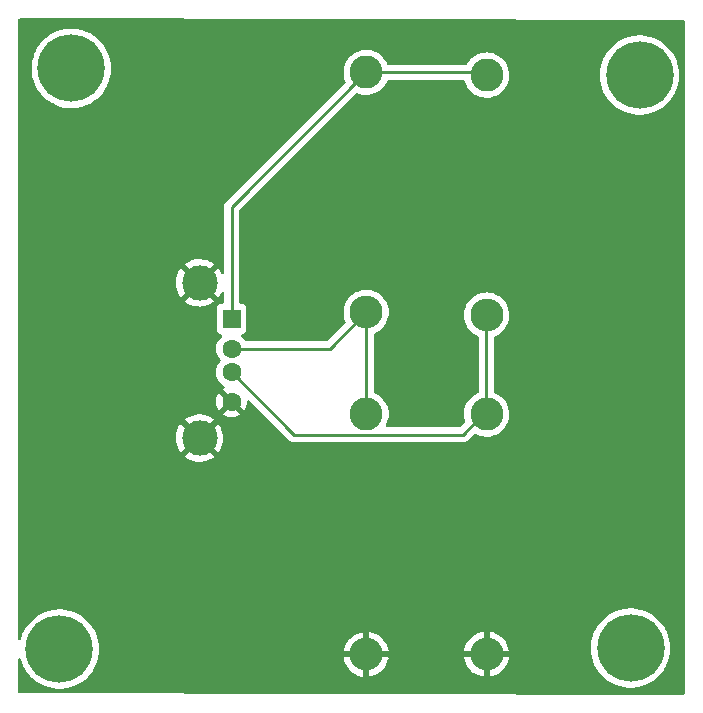
<source format=gtl>
%TF.GenerationSoftware,KiCad,Pcbnew,(6.0.7-1)-1*%
%TF.CreationDate,2022-09-01T10:44:34+09:00*%
%TF.ProjectId,Battery,42617474-6572-4792-9e6b-696361645f70,rev?*%
%TF.SameCoordinates,Original*%
%TF.FileFunction,Copper,L1,Top*%
%TF.FilePolarity,Positive*%
%FSLAX46Y46*%
G04 Gerber Fmt 4.6, Leading zero omitted, Abs format (unit mm)*
G04 Created by KiCad (PCBNEW (6.0.7-1)-1) date 2022-09-01 10:44:34*
%MOMM*%
%LPD*%
G01*
G04 APERTURE LIST*
%TA.AperFunction,ComponentPad*%
%ADD10C,5.700000*%
%TD*%
%TA.AperFunction,ComponentPad*%
%ADD11C,2.800000*%
%TD*%
%TA.AperFunction,ComponentPad*%
%ADD12O,2.800000X2.800000*%
%TD*%
%TA.AperFunction,ComponentPad*%
%ADD13R,1.500000X1.600000*%
%TD*%
%TA.AperFunction,ComponentPad*%
%ADD14C,1.600000*%
%TD*%
%TA.AperFunction,ComponentPad*%
%ADD15C,3.000000*%
%TD*%
%TA.AperFunction,Conductor*%
%ADD16C,0.250000*%
%TD*%
G04 APERTURE END LIST*
D10*
%TO.P,REF\u002A\u002A,1*%
%TO.N,N/C*%
X98462000Y-108294000D03*
%TD*%
%TO.P,REF\u002A\u002A,1*%
%TO.N,N/C*%
X146812000Y-108204000D03*
%TD*%
%TO.P,REF\u002A\u002A,1*%
%TO.N,N/C*%
X147574000Y-59690000D03*
%TD*%
%TO.P,REF\u002A\u002A,1*%
%TO.N,N/C*%
X99462000Y-59128000D03*
%TD*%
D11*
%TO.P,R4,1*%
%TO.N,Net-(J1-Pad3)*%
X134620000Y-88392000D03*
D12*
%TO.P,R4,2*%
%TO.N,GND*%
X134620000Y-108712000D03*
%TD*%
D11*
%TO.P,R3,1*%
%TO.N,+5VP*%
X134620000Y-59690000D03*
D12*
%TO.P,R3,2*%
%TO.N,Net-(J1-Pad3)*%
X134620000Y-80010000D03*
%TD*%
D11*
%TO.P,R2,1*%
%TO.N,Net-(J1-Pad2)*%
X124434000Y-88418000D03*
D12*
%TO.P,R2,2*%
%TO.N,GND*%
X124434000Y-108738000D03*
%TD*%
D11*
%TO.P,R1,1*%
%TO.N,+5VP*%
X124434000Y-59462000D03*
D12*
%TO.P,R1,2*%
%TO.N,Net-(J1-Pad2)*%
X124434000Y-79782000D03*
%TD*%
D13*
%TO.P,J1,1,VBUS*%
%TO.N,+5VP*%
X113030000Y-80346000D03*
D14*
%TO.P,J1,2,D-*%
%TO.N,Net-(J1-Pad2)*%
X113030000Y-82846000D03*
%TO.P,J1,3,D+*%
%TO.N,Net-(J1-Pad3)*%
X113030000Y-84846000D03*
%TO.P,J1,4,GND*%
%TO.N,GND*%
X113030000Y-87346000D03*
D15*
%TO.P,J1,5,Shield*%
X110320000Y-90416000D03*
X110320000Y-77276000D03*
%TD*%
D16*
%TO.N,+5VP*%
X124434000Y-59462000D02*
X134594000Y-59462000D01*
%TO.N,GND*%
X124434000Y-108738000D02*
X134594000Y-108738000D01*
%TO.N,Net-(J1-Pad3)*%
X113030000Y-84846000D02*
X118327000Y-90143000D01*
X118327000Y-90143000D02*
X132615000Y-90143000D01*
X132615000Y-90143000D02*
X134594000Y-88164000D01*
%TO.N,Net-(J1-Pad2)*%
X113030000Y-82846000D02*
X121370000Y-82846000D01*
X121370000Y-82846000D02*
X124434000Y-79782000D01*
X124434000Y-88418000D02*
X124434000Y-79782000D01*
%TO.N,Net-(J1-Pad3)*%
X134594000Y-88164000D02*
X134594000Y-79782000D01*
%TO.N,+5VP*%
X113030000Y-80346000D02*
X113030000Y-70866000D01*
X113030000Y-70866000D02*
X124434000Y-59462000D01*
%TD*%
%TA.AperFunction,Conductor*%
%TO.N,GND*%
G36*
X151257722Y-54990385D02*
G01*
X151325807Y-55010507D01*
X151372206Y-55064244D01*
X151383500Y-55116385D01*
X151383500Y-112013382D01*
X151363498Y-112081503D01*
X151309842Y-112127996D01*
X151257278Y-112139382D01*
X95096278Y-112040615D01*
X95028193Y-112020493D01*
X94981794Y-111966756D01*
X94970500Y-111914615D01*
X94970500Y-109197060D01*
X94990502Y-109128939D01*
X95044158Y-109082446D01*
X95114432Y-109072342D01*
X95179012Y-109101836D01*
X95218034Y-109163812D01*
X95270519Y-109355664D01*
X95403845Y-109694133D01*
X95405428Y-109697148D01*
X95571362Y-110013206D01*
X95571367Y-110013214D01*
X95572946Y-110016222D01*
X95574840Y-110019040D01*
X95574845Y-110019049D01*
X95746302Y-110274203D01*
X95775843Y-110318165D01*
X96010163Y-110596428D01*
X96137392Y-110718010D01*
X96270702Y-110845405D01*
X96270709Y-110845411D01*
X96273165Y-110847758D01*
X96561771Y-111069214D01*
X96564689Y-111070988D01*
X96869692Y-111256433D01*
X96869697Y-111256436D01*
X96872607Y-111258205D01*
X96875695Y-111259651D01*
X96875694Y-111259651D01*
X97198952Y-111411077D01*
X97198962Y-111411081D01*
X97202036Y-111412521D01*
X97205254Y-111413623D01*
X97205257Y-111413624D01*
X97542981Y-111529253D01*
X97542989Y-111529255D01*
X97546204Y-111530356D01*
X97901084Y-111610332D01*
X97954123Y-111616375D01*
X98259144Y-111651128D01*
X98259152Y-111651128D01*
X98262527Y-111651513D01*
X98265931Y-111651531D01*
X98265934Y-111651531D01*
X98464058Y-111652568D01*
X98626303Y-111653418D01*
X98629689Y-111653068D01*
X98629691Y-111653068D01*
X98984765Y-111616375D01*
X98984774Y-111616374D01*
X98988157Y-111616024D01*
X98991490Y-111615310D01*
X98991493Y-111615309D01*
X99101895Y-111591641D01*
X99343856Y-111539768D01*
X99689239Y-111425544D01*
X99692323Y-111424138D01*
X99692332Y-111424135D01*
X100017171Y-111276096D01*
X100020265Y-111274686D01*
X100197165Y-111169651D01*
X100330128Y-111090704D01*
X100330132Y-111090701D01*
X100333063Y-111088961D01*
X100623973Y-110870539D01*
X100889592Y-110621977D01*
X101126813Y-110346182D01*
X101271796Y-110135231D01*
X101330931Y-110049190D01*
X101330936Y-110049182D01*
X101332861Y-110046381D01*
X101334473Y-110043387D01*
X101334478Y-110043379D01*
X101503703Y-109729092D01*
X101505325Y-109726080D01*
X101642188Y-109389027D01*
X101741850Y-109039164D01*
X101746661Y-109011018D01*
X122544204Y-109011018D01*
X122580422Y-109209332D01*
X122582631Y-109217934D01*
X122665324Y-109465796D01*
X122668728Y-109474014D01*
X122785520Y-109707752D01*
X122790038Y-109715391D01*
X122938604Y-109930348D01*
X122944157Y-109937279D01*
X123121532Y-110129163D01*
X123127995Y-110135231D01*
X123330631Y-110300203D01*
X123337907Y-110305317D01*
X123561756Y-110440085D01*
X123569670Y-110444118D01*
X123810286Y-110546006D01*
X123818691Y-110548883D01*
X124071266Y-110615853D01*
X124079978Y-110617515D01*
X124162012Y-110627224D01*
X124176431Y-110624782D01*
X124180000Y-110612040D01*
X124180000Y-110611956D01*
X124688000Y-110611956D01*
X124691838Y-110625028D01*
X124706571Y-110626980D01*
X124876162Y-110598752D01*
X124884796Y-110596679D01*
X125133930Y-110517888D01*
X125142192Y-110514617D01*
X125377731Y-110401513D01*
X125385455Y-110397107D01*
X125602712Y-110251941D01*
X125609733Y-110246494D01*
X125804364Y-110072167D01*
X125810549Y-110065786D01*
X125978686Y-109865763D01*
X125983905Y-109858580D01*
X126122171Y-109636876D01*
X126126333Y-109629017D01*
X126231988Y-109390030D01*
X126234994Y-109381680D01*
X126305921Y-109130192D01*
X126307722Y-109121498D01*
X126322704Y-109009955D01*
X126320538Y-108995821D01*
X126307298Y-108992000D01*
X124706115Y-108992000D01*
X124690876Y-108996475D01*
X124689671Y-108997865D01*
X124688000Y-109005548D01*
X124688000Y-110611956D01*
X124180000Y-110611956D01*
X124180000Y-109010115D01*
X124175525Y-108994876D01*
X124174135Y-108993671D01*
X124166452Y-108992000D01*
X122558846Y-108992000D01*
X122546106Y-108995741D01*
X122544204Y-109011018D01*
X101746661Y-109011018D01*
X101751106Y-108985018D01*
X132730204Y-108985018D01*
X132766422Y-109183332D01*
X132768631Y-109191934D01*
X132851324Y-109439796D01*
X132854728Y-109448014D01*
X132971520Y-109681752D01*
X132976038Y-109689391D01*
X133124604Y-109904348D01*
X133130157Y-109911279D01*
X133307532Y-110103163D01*
X133313995Y-110109231D01*
X133516631Y-110274203D01*
X133523907Y-110279317D01*
X133747756Y-110414085D01*
X133755670Y-110418118D01*
X133996286Y-110520006D01*
X134004691Y-110522883D01*
X134257266Y-110589853D01*
X134265978Y-110591515D01*
X134348012Y-110601224D01*
X134362431Y-110598782D01*
X134366000Y-110586040D01*
X134366000Y-110585956D01*
X134874000Y-110585956D01*
X134877838Y-110599028D01*
X134892571Y-110600980D01*
X135062162Y-110572752D01*
X135070796Y-110570679D01*
X135319930Y-110491888D01*
X135328192Y-110488617D01*
X135563731Y-110375513D01*
X135571455Y-110371107D01*
X135788712Y-110225941D01*
X135795733Y-110220494D01*
X135990364Y-110046167D01*
X135996549Y-110039786D01*
X136164686Y-109839763D01*
X136169905Y-109832580D01*
X136308171Y-109610876D01*
X136312333Y-109603017D01*
X136417988Y-109364030D01*
X136420994Y-109355680D01*
X136491921Y-109104192D01*
X136493722Y-109095498D01*
X136508704Y-108983955D01*
X136506538Y-108969821D01*
X136493298Y-108966000D01*
X134892115Y-108966000D01*
X134876876Y-108970475D01*
X134875671Y-108971865D01*
X134874000Y-108979548D01*
X134874000Y-110585956D01*
X134366000Y-110585956D01*
X134366000Y-108984115D01*
X134361525Y-108968876D01*
X134360135Y-108967671D01*
X134352452Y-108966000D01*
X132744846Y-108966000D01*
X132732106Y-108969741D01*
X132730204Y-108985018D01*
X101751106Y-108985018D01*
X101753717Y-108969741D01*
X101802571Y-108683930D01*
X101802571Y-108683928D01*
X101803143Y-108680583D01*
X101805285Y-108645574D01*
X101816269Y-108465977D01*
X122543785Y-108465977D01*
X122546513Y-108480676D01*
X122558748Y-108484000D01*
X124161885Y-108484000D01*
X124177124Y-108479525D01*
X124178329Y-108478135D01*
X124180000Y-108470452D01*
X124180000Y-108465885D01*
X124688000Y-108465885D01*
X124692475Y-108481124D01*
X124693865Y-108482329D01*
X124701548Y-108484000D01*
X126310775Y-108484000D01*
X126325718Y-108479612D01*
X126327587Y-108469272D01*
X126326855Y-108464126D01*
X126321656Y-108439977D01*
X132729785Y-108439977D01*
X132732513Y-108454676D01*
X132744748Y-108458000D01*
X134347885Y-108458000D01*
X134363124Y-108453525D01*
X134364329Y-108452135D01*
X134366000Y-108444452D01*
X134366000Y-108439885D01*
X134874000Y-108439885D01*
X134878475Y-108455124D01*
X134879865Y-108456329D01*
X134887548Y-108458000D01*
X136496775Y-108458000D01*
X136511718Y-108453612D01*
X136513587Y-108443272D01*
X136512855Y-108438126D01*
X136459921Y-108192259D01*
X143448587Y-108192259D01*
X143448759Y-108195654D01*
X143448759Y-108195655D01*
X143463366Y-108484000D01*
X143466992Y-108555574D01*
X143467529Y-108558929D01*
X143467530Y-108558935D01*
X143486472Y-108677190D01*
X143524527Y-108914777D01*
X143620519Y-109265664D01*
X143753845Y-109604133D01*
X143755428Y-109607148D01*
X143921362Y-109923206D01*
X143921367Y-109923214D01*
X143922946Y-109926222D01*
X143924840Y-109929040D01*
X143924845Y-109929049D01*
X144063394Y-110135231D01*
X144125843Y-110228165D01*
X144360163Y-110506428D01*
X144470592Y-110611956D01*
X144620702Y-110755405D01*
X144620709Y-110755411D01*
X144623165Y-110757758D01*
X144911771Y-110979214D01*
X144914689Y-110980988D01*
X145219692Y-111166433D01*
X145219697Y-111166436D01*
X145222607Y-111168205D01*
X145225695Y-111169651D01*
X145225694Y-111169651D01*
X145548952Y-111321077D01*
X145548962Y-111321081D01*
X145552036Y-111322521D01*
X145555254Y-111323623D01*
X145555257Y-111323624D01*
X145892981Y-111439253D01*
X145892989Y-111439255D01*
X145896204Y-111440356D01*
X146251084Y-111520332D01*
X146304123Y-111526375D01*
X146609144Y-111561128D01*
X146609152Y-111561128D01*
X146612527Y-111561513D01*
X146615931Y-111561531D01*
X146615934Y-111561531D01*
X146814058Y-111562568D01*
X146976303Y-111563418D01*
X146979689Y-111563068D01*
X146979691Y-111563068D01*
X147334765Y-111526375D01*
X147334774Y-111526374D01*
X147338157Y-111526024D01*
X147341490Y-111525310D01*
X147341493Y-111525309D01*
X147451895Y-111501641D01*
X147693856Y-111449768D01*
X148039239Y-111335544D01*
X148042323Y-111334138D01*
X148042332Y-111334135D01*
X148367171Y-111186096D01*
X148370265Y-111184686D01*
X148414276Y-111158554D01*
X148680128Y-111000704D01*
X148680132Y-111000701D01*
X148683063Y-110998961D01*
X148973973Y-110780539D01*
X149239592Y-110531977D01*
X149476813Y-110256182D01*
X149625538Y-110039786D01*
X149680931Y-109959190D01*
X149680936Y-109959182D01*
X149682861Y-109956381D01*
X149684473Y-109953387D01*
X149684478Y-109953379D01*
X149809718Y-109720781D01*
X149855325Y-109636080D01*
X149992188Y-109299027D01*
X150091850Y-108949164D01*
X150153143Y-108590583D01*
X150155285Y-108555574D01*
X150175241Y-108229278D01*
X150175351Y-108227481D01*
X150175433Y-108204000D01*
X150155760Y-107840751D01*
X150096972Y-107481752D01*
X149999756Y-107131202D01*
X149995331Y-107120081D01*
X149886388Y-106846322D01*
X149865249Y-106793201D01*
X149735865Y-106548837D01*
X149696624Y-106474723D01*
X149696620Y-106474716D01*
X149695025Y-106471704D01*
X149693118Y-106468888D01*
X149693113Y-106468879D01*
X149492985Y-106173292D01*
X149491075Y-106170471D01*
X149255785Y-105893027D01*
X148991908Y-105642617D01*
X148702530Y-105422170D01*
X148699618Y-105420413D01*
X148699613Y-105420410D01*
X148393951Y-105236023D01*
X148393945Y-105236020D01*
X148391036Y-105234265D01*
X148061071Y-105081100D01*
X147716494Y-104964467D01*
X147707234Y-104962414D01*
X147632485Y-104945843D01*
X147361336Y-104885731D01*
X147232217Y-104871476D01*
X147003133Y-104846184D01*
X147003128Y-104846184D01*
X146999752Y-104845811D01*
X146996353Y-104845805D01*
X146996352Y-104845805D01*
X146824762Y-104845506D01*
X146635972Y-104845176D01*
X146500831Y-104859618D01*
X146277634Y-104883471D01*
X146277628Y-104883472D01*
X146274250Y-104883833D01*
X145918820Y-104961330D01*
X145573838Y-105076759D01*
X145243340Y-105228771D01*
X144931192Y-105415588D01*
X144641046Y-105635023D01*
X144376296Y-105884511D01*
X144140040Y-106161132D01*
X143935040Y-106461651D01*
X143763694Y-106782552D01*
X143762419Y-106785724D01*
X143762417Y-106785728D01*
X143629687Y-107115908D01*
X143628009Y-107120081D01*
X143627090Y-107123349D01*
X143627088Y-107123356D01*
X143530490Y-107467012D01*
X143529569Y-107470290D01*
X143529007Y-107473647D01*
X143529007Y-107473648D01*
X143493899Y-107683449D01*
X143469528Y-107829082D01*
X143448587Y-108192259D01*
X136459921Y-108192259D01*
X136457858Y-108182677D01*
X136455379Y-108174144D01*
X136364941Y-107929002D01*
X136361286Y-107920907D01*
X136237206Y-107690947D01*
X136232447Y-107683449D01*
X136077214Y-107473280D01*
X136071429Y-107466506D01*
X135888137Y-107280313D01*
X135881460Y-107274426D01*
X135673751Y-107115908D01*
X135666322Y-107111028D01*
X135438353Y-106983359D01*
X135430303Y-106979571D01*
X135186617Y-106885295D01*
X135178127Y-106882683D01*
X134923578Y-106823683D01*
X134914801Y-106822293D01*
X134892049Y-106820322D01*
X134877086Y-106823343D01*
X134874000Y-106835065D01*
X134874000Y-108439885D01*
X134366000Y-108439885D01*
X134366000Y-106835160D01*
X134362359Y-106822759D01*
X134346540Y-106820916D01*
X134119607Y-106866055D01*
X134111050Y-106868396D01*
X133864496Y-106954980D01*
X133856362Y-106958500D01*
X133624477Y-107078955D01*
X133616905Y-107083594D01*
X133404309Y-107235517D01*
X133397468Y-107241177D01*
X133208400Y-107421540D01*
X133202422Y-107428109D01*
X133040655Y-107633309D01*
X133035662Y-107640657D01*
X132904420Y-107866605D01*
X132900516Y-107874575D01*
X132802420Y-108116763D01*
X132799676Y-108125207D01*
X132736684Y-108378798D01*
X132735156Y-108387552D01*
X132729785Y-108439977D01*
X126321656Y-108439977D01*
X126271858Y-108208677D01*
X126269379Y-108200144D01*
X126178941Y-107955002D01*
X126175286Y-107946907D01*
X126051206Y-107716947D01*
X126046447Y-107709449D01*
X125891214Y-107499280D01*
X125885429Y-107492506D01*
X125702137Y-107306313D01*
X125695460Y-107300426D01*
X125487751Y-107141908D01*
X125480322Y-107137028D01*
X125252353Y-107009359D01*
X125244303Y-107005571D01*
X125000617Y-106911295D01*
X124992127Y-106908683D01*
X124737578Y-106849683D01*
X124728801Y-106848293D01*
X124706049Y-106846322D01*
X124691086Y-106849343D01*
X124688000Y-106861065D01*
X124688000Y-108465885D01*
X124180000Y-108465885D01*
X124180000Y-106861160D01*
X124176359Y-106848759D01*
X124160540Y-106846916D01*
X123933607Y-106892055D01*
X123925050Y-106894396D01*
X123678496Y-106980980D01*
X123670362Y-106984500D01*
X123438477Y-107104955D01*
X123430905Y-107109594D01*
X123218309Y-107261517D01*
X123211468Y-107267177D01*
X123022400Y-107447540D01*
X123016422Y-107454109D01*
X122854655Y-107659309D01*
X122849662Y-107666657D01*
X122718420Y-107892605D01*
X122714516Y-107900575D01*
X122616420Y-108142763D01*
X122613676Y-108151207D01*
X122550684Y-108404798D01*
X122549156Y-108413552D01*
X122543785Y-108465977D01*
X101816269Y-108465977D01*
X101825241Y-108319278D01*
X101825351Y-108317481D01*
X101825433Y-108294000D01*
X101805760Y-107930751D01*
X101746972Y-107571752D01*
X101649756Y-107221202D01*
X101645331Y-107210081D01*
X101526429Y-106911295D01*
X101515249Y-106883201D01*
X101460362Y-106779538D01*
X101346624Y-106564723D01*
X101346620Y-106564716D01*
X101345025Y-106561704D01*
X101343118Y-106558888D01*
X101343113Y-106558879D01*
X101142985Y-106263292D01*
X101141075Y-106260471D01*
X100905785Y-105983027D01*
X100641908Y-105732617D01*
X100352530Y-105512170D01*
X100349618Y-105510413D01*
X100349613Y-105510410D01*
X100043951Y-105326023D01*
X100043945Y-105326020D01*
X100041036Y-105324265D01*
X99711071Y-105171100D01*
X99366494Y-105054467D01*
X99357234Y-105052414D01*
X99282485Y-105035843D01*
X99011336Y-104975731D01*
X98874311Y-104960603D01*
X98653133Y-104936184D01*
X98653128Y-104936184D01*
X98649752Y-104935811D01*
X98646353Y-104935805D01*
X98646352Y-104935805D01*
X98474762Y-104935506D01*
X98285972Y-104935176D01*
X98150831Y-104949618D01*
X97927634Y-104973471D01*
X97927628Y-104973472D01*
X97924250Y-104973833D01*
X97568820Y-105051330D01*
X97223838Y-105166759D01*
X96893340Y-105318771D01*
X96581192Y-105505588D01*
X96291046Y-105725023D01*
X96026296Y-105974511D01*
X95790040Y-106251132D01*
X95585040Y-106551651D01*
X95583439Y-106554650D01*
X95419777Y-106861160D01*
X95413694Y-106872552D01*
X95412419Y-106875724D01*
X95412417Y-106875728D01*
X95314189Y-107120081D01*
X95278009Y-107210081D01*
X95277090Y-107213349D01*
X95277088Y-107213356D01*
X95217799Y-107424283D01*
X95180110Y-107484450D01*
X95115875Y-107514688D01*
X95045488Y-107505399D01*
X94991298Y-107459531D01*
X94970500Y-107390187D01*
X94970500Y-92005654D01*
X109095618Y-92005654D01*
X109102673Y-92015627D01*
X109133679Y-92041551D01*
X109140598Y-92046579D01*
X109365272Y-92187515D01*
X109372807Y-92191556D01*
X109614520Y-92300694D01*
X109622551Y-92303680D01*
X109876832Y-92379002D01*
X109885184Y-92380869D01*
X110147340Y-92420984D01*
X110155874Y-92421700D01*
X110421045Y-92425867D01*
X110429596Y-92425418D01*
X110692883Y-92393557D01*
X110701284Y-92391955D01*
X110957824Y-92324653D01*
X110965926Y-92321926D01*
X111210949Y-92220434D01*
X111218617Y-92216628D01*
X111447598Y-92082822D01*
X111454679Y-92078009D01*
X111534655Y-92015301D01*
X111543125Y-92003442D01*
X111536608Y-91991818D01*
X110332812Y-90788022D01*
X110318868Y-90780408D01*
X110317035Y-90780539D01*
X110310420Y-90784790D01*
X109102910Y-91992300D01*
X109095618Y-92005654D01*
X94970500Y-92005654D01*
X94970500Y-90399204D01*
X108307665Y-90399204D01*
X108322932Y-90663969D01*
X108324005Y-90672470D01*
X108375065Y-90932722D01*
X108377276Y-90940974D01*
X108463184Y-91191894D01*
X108466499Y-91199779D01*
X108585664Y-91436713D01*
X108590020Y-91444079D01*
X108719347Y-91632250D01*
X108729601Y-91640594D01*
X108743342Y-91633448D01*
X109947978Y-90428812D01*
X109954356Y-90417132D01*
X110684408Y-90417132D01*
X110684539Y-90418965D01*
X110688790Y-90425580D01*
X111895730Y-91632520D01*
X111907939Y-91639187D01*
X111919439Y-91630497D01*
X112016831Y-91497913D01*
X112021418Y-91490685D01*
X112147962Y-91257621D01*
X112151530Y-91249827D01*
X112245271Y-91001750D01*
X112247748Y-90993544D01*
X112306954Y-90735038D01*
X112308294Y-90726577D01*
X112332031Y-90460616D01*
X112332277Y-90455677D01*
X112332666Y-90418485D01*
X112332523Y-90413519D01*
X112314362Y-90147123D01*
X112313201Y-90138649D01*
X112259419Y-89878944D01*
X112257120Y-89870709D01*
X112168588Y-89620705D01*
X112165191Y-89612854D01*
X112043550Y-89377178D01*
X112039122Y-89369866D01*
X111920031Y-89200417D01*
X111909509Y-89192037D01*
X111896121Y-89199089D01*
X110692022Y-90403188D01*
X110684408Y-90417132D01*
X109954356Y-90417132D01*
X109955592Y-90414868D01*
X109955461Y-90413035D01*
X109951210Y-90406420D01*
X108743814Y-89199024D01*
X108731804Y-89192466D01*
X108720064Y-89201434D01*
X108611935Y-89351911D01*
X108607418Y-89359196D01*
X108483325Y-89593567D01*
X108479839Y-89601395D01*
X108388700Y-89850446D01*
X108386311Y-89858670D01*
X108329812Y-90117795D01*
X108328563Y-90126250D01*
X108307754Y-90390653D01*
X108307665Y-90399204D01*
X94970500Y-90399204D01*
X94970500Y-88828500D01*
X109096584Y-88828500D01*
X109102980Y-88839770D01*
X110307188Y-90043978D01*
X110321132Y-90051592D01*
X110322965Y-90051461D01*
X110329580Y-90047210D01*
X111536604Y-88840186D01*
X111543795Y-88827017D01*
X111536473Y-88816780D01*
X111489233Y-88778115D01*
X111482261Y-88773160D01*
X111256122Y-88634582D01*
X111248552Y-88630624D01*
X111005704Y-88524022D01*
X110997644Y-88521120D01*
X110742592Y-88448467D01*
X110734214Y-88446685D01*
X110631466Y-88432062D01*
X112308493Y-88432062D01*
X112317789Y-88444077D01*
X112368994Y-88479931D01*
X112378489Y-88485414D01*
X112575947Y-88577490D01*
X112586239Y-88581236D01*
X112796688Y-88637625D01*
X112807481Y-88639528D01*
X113024525Y-88658517D01*
X113035475Y-88658517D01*
X113252519Y-88639528D01*
X113263312Y-88637625D01*
X113473761Y-88581236D01*
X113484053Y-88577490D01*
X113681511Y-88485414D01*
X113691006Y-88479931D01*
X113743048Y-88443491D01*
X113751424Y-88433012D01*
X113744356Y-88419566D01*
X113042812Y-87718022D01*
X113028868Y-87710408D01*
X113027035Y-87710539D01*
X113020420Y-87714790D01*
X112314923Y-88420287D01*
X112308493Y-88432062D01*
X110631466Y-88432062D01*
X110471656Y-88409318D01*
X110463111Y-88408691D01*
X110197908Y-88407302D01*
X110189374Y-88407839D01*
X109926433Y-88442456D01*
X109918035Y-88444149D01*
X109662238Y-88514127D01*
X109654143Y-88516946D01*
X109410199Y-88620997D01*
X109402577Y-88624881D01*
X109175013Y-88761075D01*
X109167981Y-88765962D01*
X109105053Y-88816377D01*
X109096584Y-88828500D01*
X94970500Y-88828500D01*
X94970500Y-87351475D01*
X111717483Y-87351475D01*
X111736472Y-87568519D01*
X111738375Y-87579312D01*
X111794764Y-87789761D01*
X111798510Y-87800053D01*
X111890586Y-87997511D01*
X111896069Y-88007006D01*
X111932509Y-88059048D01*
X111942988Y-88067424D01*
X111956434Y-88060356D01*
X112657978Y-87358812D01*
X112665592Y-87344868D01*
X112665461Y-87343035D01*
X112661210Y-87336420D01*
X111955713Y-86630923D01*
X111943938Y-86624493D01*
X111931923Y-86633789D01*
X111896069Y-86684994D01*
X111890586Y-86694489D01*
X111798510Y-86891947D01*
X111794764Y-86902239D01*
X111738375Y-87112688D01*
X111736472Y-87123481D01*
X111717483Y-87340525D01*
X111717483Y-87351475D01*
X94970500Y-87351475D01*
X94970500Y-78865654D01*
X109095618Y-78865654D01*
X109102673Y-78875627D01*
X109133679Y-78901551D01*
X109140598Y-78906579D01*
X109365272Y-79047515D01*
X109372807Y-79051556D01*
X109614520Y-79160694D01*
X109622551Y-79163680D01*
X109876832Y-79239002D01*
X109885184Y-79240869D01*
X110147340Y-79280984D01*
X110155874Y-79281700D01*
X110421045Y-79285867D01*
X110429596Y-79285418D01*
X110692883Y-79253557D01*
X110701284Y-79251955D01*
X110957824Y-79184653D01*
X110965926Y-79181926D01*
X111210949Y-79080434D01*
X111218617Y-79076628D01*
X111447598Y-78942822D01*
X111454679Y-78938009D01*
X111534655Y-78875301D01*
X111543125Y-78863442D01*
X111536608Y-78851818D01*
X110332812Y-77648022D01*
X110318868Y-77640408D01*
X110317035Y-77640539D01*
X110310420Y-77644790D01*
X109102910Y-78852300D01*
X109095618Y-78865654D01*
X94970500Y-78865654D01*
X94970500Y-77259204D01*
X108307665Y-77259204D01*
X108322932Y-77523969D01*
X108324005Y-77532470D01*
X108375065Y-77792722D01*
X108377276Y-77800974D01*
X108463184Y-78051894D01*
X108466499Y-78059779D01*
X108585664Y-78296713D01*
X108590020Y-78304079D01*
X108719347Y-78492250D01*
X108729601Y-78500594D01*
X108743342Y-78493448D01*
X109947978Y-77288812D01*
X109954356Y-77277132D01*
X110684408Y-77277132D01*
X110684539Y-77278965D01*
X110688790Y-77285580D01*
X111895730Y-78492520D01*
X111907939Y-78499187D01*
X111919439Y-78490497D01*
X112016831Y-78357913D01*
X112021418Y-78350685D01*
X112147962Y-78117621D01*
X112151532Y-78109822D01*
X112152634Y-78106907D01*
X112153226Y-78106123D01*
X112153314Y-78105931D01*
X112153356Y-78105950D01*
X112195423Y-78050254D01*
X112262049Y-78025728D01*
X112331358Y-78041116D01*
X112381345Y-78091533D01*
X112396500Y-78151444D01*
X112396500Y-78911500D01*
X112376498Y-78979621D01*
X112322842Y-79026114D01*
X112270500Y-79037500D01*
X112231866Y-79037500D01*
X112169684Y-79044255D01*
X112033295Y-79095385D01*
X111916739Y-79182739D01*
X111829385Y-79299295D01*
X111778255Y-79435684D01*
X111771500Y-79497866D01*
X111771500Y-81194134D01*
X111778255Y-81256316D01*
X111829385Y-81392705D01*
X111916739Y-81509261D01*
X112033295Y-81596615D01*
X112041704Y-81599767D01*
X112041705Y-81599768D01*
X112091362Y-81618383D01*
X112137777Y-81635783D01*
X112194541Y-81678424D01*
X112219241Y-81744985D01*
X112204034Y-81814334D01*
X112182642Y-81842860D01*
X112023802Y-82001700D01*
X111892477Y-82189251D01*
X111890154Y-82194233D01*
X111890151Y-82194238D01*
X111798039Y-82391775D01*
X111795716Y-82396757D01*
X111736457Y-82617913D01*
X111716502Y-82846000D01*
X111736457Y-83074087D01*
X111737881Y-83079400D01*
X111737881Y-83079402D01*
X111790934Y-83277395D01*
X111795716Y-83295243D01*
X111798039Y-83300224D01*
X111798039Y-83300225D01*
X111890151Y-83497762D01*
X111890154Y-83497767D01*
X111892477Y-83502749D01*
X112023802Y-83690300D01*
X112090407Y-83756905D01*
X112124433Y-83819217D01*
X112119368Y-83890032D01*
X112090407Y-83935095D01*
X112023802Y-84001700D01*
X111892477Y-84189251D01*
X111890154Y-84194233D01*
X111890151Y-84194238D01*
X111798039Y-84391775D01*
X111795716Y-84396757D01*
X111736457Y-84617913D01*
X111716502Y-84846000D01*
X111736457Y-85074087D01*
X111737880Y-85079398D01*
X111737881Y-85079402D01*
X111753460Y-85137541D01*
X111795716Y-85295243D01*
X111798039Y-85300224D01*
X111798039Y-85300225D01*
X111890151Y-85497762D01*
X111890154Y-85497767D01*
X111892477Y-85502749D01*
X112023802Y-85690300D01*
X112185700Y-85852198D01*
X112190208Y-85855355D01*
X112190211Y-85855357D01*
X112293876Y-85927944D01*
X112373251Y-85983523D01*
X112378235Y-85985847D01*
X112380528Y-85987171D01*
X112429521Y-86038553D01*
X112442957Y-86108267D01*
X112416571Y-86174178D01*
X112380528Y-86205409D01*
X112368998Y-86212066D01*
X112316952Y-86248509D01*
X112308576Y-86258988D01*
X112315644Y-86272434D01*
X114104287Y-88061077D01*
X114116062Y-88067507D01*
X114128077Y-88058211D01*
X114163931Y-88007006D01*
X114169414Y-87997511D01*
X114261490Y-87800053D01*
X114265236Y-87789761D01*
X114321625Y-87579312D01*
X114323528Y-87568520D01*
X114342865Y-87347498D01*
X114368728Y-87281380D01*
X114426232Y-87239741D01*
X114497119Y-87235800D01*
X114557481Y-87269385D01*
X117823343Y-90535247D01*
X117830887Y-90543537D01*
X117835000Y-90550018D01*
X117840777Y-90555443D01*
X117884667Y-90596658D01*
X117887509Y-90599413D01*
X117907230Y-90619134D01*
X117910425Y-90621612D01*
X117919447Y-90629318D01*
X117951679Y-90659586D01*
X117958628Y-90663406D01*
X117969432Y-90669346D01*
X117985956Y-90680199D01*
X118001959Y-90692613D01*
X118042543Y-90710176D01*
X118053173Y-90715383D01*
X118091940Y-90736695D01*
X118099617Y-90738666D01*
X118099622Y-90738668D01*
X118111558Y-90741732D01*
X118130266Y-90748137D01*
X118148855Y-90756181D01*
X118156683Y-90757421D01*
X118156690Y-90757423D01*
X118192524Y-90763099D01*
X118204144Y-90765505D01*
X118235959Y-90773673D01*
X118246970Y-90776500D01*
X118267224Y-90776500D01*
X118286934Y-90778051D01*
X118306943Y-90781220D01*
X118314835Y-90780474D01*
X118333580Y-90778702D01*
X118350962Y-90777059D01*
X118362819Y-90776500D01*
X132536233Y-90776500D01*
X132547416Y-90777027D01*
X132554909Y-90778702D01*
X132562835Y-90778453D01*
X132562836Y-90778453D01*
X132622986Y-90776562D01*
X132626945Y-90776500D01*
X132654856Y-90776500D01*
X132658791Y-90776003D01*
X132658856Y-90775995D01*
X132670693Y-90775062D01*
X132702951Y-90774048D01*
X132706970Y-90773922D01*
X132714889Y-90773673D01*
X132734343Y-90768021D01*
X132753700Y-90764013D01*
X132765930Y-90762468D01*
X132765931Y-90762468D01*
X132773797Y-90761474D01*
X132781168Y-90758555D01*
X132781170Y-90758555D01*
X132814912Y-90745196D01*
X132826142Y-90741351D01*
X132860983Y-90731229D01*
X132860984Y-90731229D01*
X132868593Y-90729018D01*
X132875412Y-90724985D01*
X132875417Y-90724983D01*
X132886028Y-90718707D01*
X132903776Y-90710012D01*
X132922617Y-90702552D01*
X132942987Y-90687753D01*
X132958387Y-90676564D01*
X132968307Y-90670048D01*
X132999535Y-90651580D01*
X132999538Y-90651578D01*
X133006362Y-90647542D01*
X133020683Y-90633221D01*
X133035717Y-90620380D01*
X133037432Y-90619134D01*
X133052107Y-90608472D01*
X133080298Y-90574395D01*
X133088288Y-90565616D01*
X133560409Y-90093495D01*
X133622721Y-90059469D01*
X133693536Y-90064534D01*
X133714492Y-90074643D01*
X133747531Y-90094534D01*
X133747540Y-90094538D01*
X133751346Y-90096830D01*
X133755439Y-90098563D01*
X133996124Y-90200480D01*
X133996131Y-90200482D01*
X134000225Y-90202216D01*
X134096359Y-90227705D01*
X134257172Y-90270345D01*
X134257177Y-90270346D01*
X134261469Y-90271484D01*
X134265878Y-90272006D01*
X134265884Y-90272007D01*
X134415210Y-90289680D01*
X134529868Y-90303251D01*
X134800064Y-90296883D01*
X134804459Y-90296151D01*
X134804464Y-90296151D01*
X135062267Y-90253241D01*
X135062271Y-90253240D01*
X135066669Y-90252508D01*
X135234959Y-90199285D01*
X135320114Y-90172354D01*
X135320116Y-90172353D01*
X135324360Y-90171011D01*
X135328371Y-90169085D01*
X135328376Y-90169083D01*
X135563979Y-90055948D01*
X135563980Y-90055947D01*
X135567998Y-90054018D01*
X135680977Y-89978528D01*
X135789013Y-89906341D01*
X135789017Y-89906338D01*
X135792721Y-89903863D01*
X135796038Y-89900892D01*
X135796042Y-89900889D01*
X135990729Y-89726512D01*
X135994045Y-89723542D01*
X136167953Y-89516654D01*
X136176419Y-89503080D01*
X136308614Y-89291111D01*
X136308615Y-89291109D01*
X136310975Y-89287325D01*
X136420258Y-89040133D01*
X136493620Y-88780008D01*
X136512489Y-88639528D01*
X136529172Y-88515324D01*
X136529173Y-88515316D01*
X136529599Y-88512142D01*
X136530439Y-88485414D01*
X136533274Y-88395222D01*
X136533274Y-88395217D01*
X136533375Y-88392000D01*
X136514287Y-88122403D01*
X136457402Y-87858185D01*
X136447393Y-87831053D01*
X136365397Y-87608796D01*
X136363856Y-87604619D01*
X136334510Y-87550231D01*
X136237629Y-87370678D01*
X136237629Y-87370677D01*
X136235516Y-87366762D01*
X136074942Y-87149362D01*
X136056153Y-87130275D01*
X135914064Y-86985937D01*
X135885338Y-86956756D01*
X135708096Y-86821489D01*
X135674028Y-86795489D01*
X135674024Y-86795487D01*
X135670487Y-86792787D01*
X135434675Y-86660727D01*
X135308038Y-86611735D01*
X135251723Y-86568501D01*
X135227721Y-86501685D01*
X135227500Y-86494222D01*
X135227500Y-81911946D01*
X135247502Y-81843825D01*
X135301158Y-81797332D01*
X135315500Y-81791813D01*
X135324360Y-81789011D01*
X135328371Y-81787085D01*
X135328376Y-81787083D01*
X135563979Y-81673948D01*
X135563980Y-81673947D01*
X135567998Y-81672018D01*
X135688907Y-81591229D01*
X135789013Y-81524341D01*
X135789017Y-81524338D01*
X135792721Y-81521863D01*
X135796038Y-81518892D01*
X135796042Y-81518889D01*
X135990729Y-81344512D01*
X135994045Y-81341542D01*
X136167953Y-81134654D01*
X136179268Y-81116512D01*
X136308614Y-80909111D01*
X136308615Y-80909109D01*
X136310975Y-80905325D01*
X136420258Y-80658133D01*
X136493620Y-80398008D01*
X136511880Y-80262060D01*
X136529172Y-80133324D01*
X136529173Y-80133316D01*
X136529599Y-80130142D01*
X136533375Y-80010000D01*
X136514287Y-79740403D01*
X136457402Y-79476185D01*
X136448862Y-79453035D01*
X136365397Y-79226796D01*
X136363856Y-79222619D01*
X136334510Y-79168231D01*
X136237629Y-78988678D01*
X136237629Y-78988677D01*
X136235516Y-78984762D01*
X136074942Y-78767362D01*
X136068363Y-78760678D01*
X135888469Y-78577937D01*
X135885338Y-78574756D01*
X135808556Y-78516158D01*
X135674028Y-78413489D01*
X135674024Y-78413487D01*
X135670487Y-78410787D01*
X135434675Y-78278727D01*
X135182609Y-78181210D01*
X135178284Y-78180207D01*
X135178279Y-78180206D01*
X135061624Y-78153167D01*
X134919318Y-78120182D01*
X134650054Y-78096861D01*
X134645619Y-78097105D01*
X134645615Y-78097105D01*
X134384634Y-78111468D01*
X134384627Y-78111469D01*
X134380191Y-78111713D01*
X134248622Y-78137883D01*
X134119484Y-78163570D01*
X134119479Y-78163571D01*
X134115112Y-78164440D01*
X134110909Y-78165916D01*
X133864315Y-78252513D01*
X133864312Y-78252514D01*
X133860107Y-78253991D01*
X133856154Y-78256044D01*
X133856148Y-78256047D01*
X133750763Y-78310791D01*
X133620264Y-78378580D01*
X133616649Y-78381163D01*
X133616643Y-78381167D01*
X133403990Y-78533131D01*
X133403986Y-78533134D01*
X133400369Y-78535719D01*
X133397149Y-78538791D01*
X133217287Y-78710371D01*
X133204808Y-78722275D01*
X133075758Y-78885975D01*
X133055636Y-78911500D01*
X133037485Y-78934524D01*
X133035253Y-78938366D01*
X133035250Y-78938371D01*
X132903974Y-79164377D01*
X132903971Y-79164384D01*
X132901736Y-79168231D01*
X132900062Y-79172364D01*
X132851561Y-79292109D01*
X132800272Y-79418735D01*
X132799201Y-79423048D01*
X132799199Y-79423053D01*
X132775899Y-79516852D01*
X132735116Y-79681035D01*
X132734662Y-79685463D01*
X132734662Y-79685465D01*
X132725101Y-79778779D01*
X132707569Y-79949899D01*
X132718180Y-80219963D01*
X132766737Y-80485837D01*
X132852272Y-80742217D01*
X132854265Y-80746205D01*
X132932549Y-80902875D01*
X132973078Y-80983987D01*
X132975607Y-80987646D01*
X133079563Y-81138058D01*
X133126744Y-81206324D01*
X133207665Y-81293863D01*
X133299034Y-81392705D01*
X133310205Y-81404790D01*
X133313659Y-81407602D01*
X133313660Y-81407603D01*
X133380104Y-81461697D01*
X133519799Y-81575427D01*
X133523617Y-81577726D01*
X133523619Y-81577727D01*
X133546046Y-81591229D01*
X133751346Y-81714830D01*
X133883632Y-81770846D01*
X133938560Y-81815826D01*
X133960500Y-81886872D01*
X133960500Y-86511440D01*
X133940498Y-86579561D01*
X133886842Y-86626054D01*
X133876247Y-86630323D01*
X133864318Y-86634512D01*
X133864315Y-86634513D01*
X133860107Y-86635991D01*
X133856154Y-86638044D01*
X133856148Y-86638047D01*
X133765524Y-86685123D01*
X133620264Y-86760580D01*
X133616649Y-86763163D01*
X133616643Y-86763167D01*
X133403990Y-86915131D01*
X133403986Y-86915134D01*
X133400369Y-86917719D01*
X133204808Y-87104275D01*
X133037485Y-87316524D01*
X133035253Y-87320366D01*
X133035250Y-87320371D01*
X132903974Y-87546377D01*
X132903971Y-87546384D01*
X132901736Y-87550231D01*
X132800272Y-87800735D01*
X132799201Y-87805048D01*
X132799199Y-87805053D01*
X132736314Y-88058211D01*
X132735116Y-88063035D01*
X132734662Y-88067463D01*
X132734662Y-88067465D01*
X132726816Y-88144048D01*
X132707569Y-88331899D01*
X132709804Y-88388779D01*
X132717366Y-88581236D01*
X132718180Y-88601963D01*
X132766737Y-88867837D01*
X132768146Y-88872060D01*
X132799003Y-88964550D01*
X132801587Y-89035499D01*
X132768574Y-89093522D01*
X132389499Y-89472596D01*
X132327187Y-89506621D01*
X132300404Y-89509500D01*
X126229705Y-89509500D01*
X126161584Y-89489498D01*
X126115091Y-89435842D01*
X126104987Y-89365568D01*
X126121135Y-89321357D01*
X126120534Y-89321039D01*
X126122614Y-89317110D01*
X126124975Y-89313325D01*
X126234258Y-89066133D01*
X126307620Y-88806008D01*
X126330237Y-88637625D01*
X126343172Y-88541324D01*
X126343173Y-88541316D01*
X126343599Y-88538142D01*
X126345429Y-88479931D01*
X126347274Y-88421222D01*
X126347274Y-88421217D01*
X126347375Y-88418000D01*
X126328287Y-88148403D01*
X126271402Y-87884185D01*
X126251801Y-87831053D01*
X126179397Y-87634796D01*
X126177856Y-87630619D01*
X126148510Y-87576231D01*
X126051629Y-87396678D01*
X126051629Y-87396677D01*
X126049516Y-87392762D01*
X125888942Y-87175362D01*
X125866884Y-87152954D01*
X125702469Y-86985937D01*
X125699338Y-86982756D01*
X125580350Y-86891947D01*
X125488028Y-86821489D01*
X125488024Y-86821487D01*
X125484487Y-86818787D01*
X125248675Y-86686727D01*
X125244196Y-86684994D01*
X125190032Y-86664040D01*
X125148037Y-86647793D01*
X125091723Y-86604561D01*
X125067721Y-86537744D01*
X125067500Y-86530281D01*
X125067500Y-81674307D01*
X125087502Y-81606186D01*
X125138958Y-81560724D01*
X125377979Y-81445948D01*
X125377980Y-81445947D01*
X125381998Y-81444018D01*
X125494977Y-81368528D01*
X125603013Y-81296341D01*
X125603017Y-81296338D01*
X125606721Y-81293863D01*
X125610038Y-81290892D01*
X125610042Y-81290889D01*
X125804729Y-81116512D01*
X125808045Y-81113542D01*
X125981953Y-80906654D01*
X126124975Y-80677325D01*
X126234258Y-80430133D01*
X126307620Y-80170008D01*
X126329112Y-80010000D01*
X126343172Y-79905324D01*
X126343173Y-79905316D01*
X126343599Y-79902142D01*
X126347375Y-79782000D01*
X126340227Y-79681035D01*
X126328602Y-79516852D01*
X126328287Y-79512403D01*
X126271402Y-79248185D01*
X126268015Y-79239002D01*
X126179397Y-78998796D01*
X126177856Y-78994619D01*
X126174650Y-78988678D01*
X126051629Y-78760678D01*
X126051629Y-78760677D01*
X126049516Y-78756762D01*
X125888942Y-78539362D01*
X125882809Y-78533131D01*
X125760230Y-78408612D01*
X125699338Y-78346756D01*
X125575850Y-78252513D01*
X125488028Y-78185489D01*
X125488024Y-78185487D01*
X125484487Y-78182787D01*
X125248675Y-78050727D01*
X124996609Y-77953210D01*
X124992284Y-77952207D01*
X124992279Y-77952206D01*
X124886748Y-77927746D01*
X124733318Y-77892182D01*
X124464054Y-77868861D01*
X124459619Y-77869105D01*
X124459615Y-77869105D01*
X124198634Y-77883468D01*
X124198627Y-77883469D01*
X124194191Y-77883713D01*
X124062622Y-77909883D01*
X123933484Y-77935570D01*
X123933479Y-77935571D01*
X123929112Y-77936440D01*
X123924909Y-77937916D01*
X123678315Y-78024513D01*
X123678312Y-78024514D01*
X123674107Y-78025991D01*
X123670154Y-78028044D01*
X123670148Y-78028047D01*
X123547934Y-78091533D01*
X123434264Y-78150580D01*
X123430649Y-78153163D01*
X123430643Y-78153167D01*
X123217990Y-78305131D01*
X123217986Y-78305134D01*
X123214369Y-78307719D01*
X123211149Y-78310791D01*
X123103494Y-78413489D01*
X123018808Y-78494275D01*
X122851485Y-78706524D01*
X122849253Y-78710366D01*
X122849250Y-78710371D01*
X122717974Y-78936377D01*
X122717971Y-78936384D01*
X122715736Y-78940231D01*
X122714062Y-78944364D01*
X122652893Y-79095385D01*
X122614272Y-79190735D01*
X122613201Y-79195048D01*
X122613199Y-79195053D01*
X122550189Y-79448714D01*
X122549116Y-79453035D01*
X122548662Y-79457463D01*
X122548662Y-79457465D01*
X122525756Y-79681035D01*
X122521569Y-79721899D01*
X122532180Y-79991963D01*
X122580737Y-80257837D01*
X122666272Y-80514217D01*
X122668264Y-80518204D01*
X122668265Y-80518206D01*
X122672206Y-80526093D01*
X122684761Y-80595971D01*
X122657545Y-80661544D01*
X122648588Y-80671507D01*
X121144500Y-82175595D01*
X121082188Y-82209621D01*
X121055405Y-82212500D01*
X114249394Y-82212500D01*
X114181273Y-82192498D01*
X114146181Y-82158771D01*
X114039357Y-82006211D01*
X114039355Y-82006208D01*
X114036198Y-82001700D01*
X113877358Y-81842860D01*
X113843332Y-81780548D01*
X113848397Y-81709733D01*
X113890944Y-81652897D01*
X113922223Y-81635784D01*
X113968638Y-81618383D01*
X114018295Y-81599768D01*
X114018296Y-81599767D01*
X114026705Y-81596615D01*
X114143261Y-81509261D01*
X114230615Y-81392705D01*
X114281745Y-81256316D01*
X114288500Y-81194134D01*
X114288500Y-79497866D01*
X114281745Y-79435684D01*
X114230615Y-79299295D01*
X114143261Y-79182739D01*
X114026705Y-79095385D01*
X113890316Y-79044255D01*
X113828134Y-79037500D01*
X113789500Y-79037500D01*
X113721379Y-79017498D01*
X113674886Y-78963842D01*
X113663500Y-78911500D01*
X113663500Y-71180594D01*
X113683502Y-71112473D01*
X113700405Y-71091499D01*
X123547267Y-61244637D01*
X123609579Y-61210611D01*
X123685491Y-61217705D01*
X123814225Y-61272216D01*
X123955307Y-61309623D01*
X124071172Y-61340345D01*
X124071177Y-61340346D01*
X124075469Y-61341484D01*
X124079878Y-61342006D01*
X124079884Y-61342007D01*
X124229210Y-61359680D01*
X124343868Y-61373251D01*
X124614064Y-61366883D01*
X124618459Y-61366151D01*
X124618464Y-61366151D01*
X124876267Y-61323241D01*
X124876271Y-61323240D01*
X124880669Y-61322508D01*
X125126895Y-61244637D01*
X125134114Y-61242354D01*
X125134116Y-61242353D01*
X125138360Y-61241011D01*
X125142371Y-61239085D01*
X125142376Y-61239083D01*
X125377979Y-61125948D01*
X125377980Y-61125947D01*
X125381998Y-61124018D01*
X125494977Y-61048528D01*
X125603013Y-60976341D01*
X125603017Y-60976338D01*
X125606721Y-60973863D01*
X125610038Y-60970892D01*
X125610042Y-60970889D01*
X125804729Y-60796512D01*
X125808045Y-60793542D01*
X125981953Y-60586654D01*
X126000501Y-60556914D01*
X126122614Y-60361111D01*
X126122615Y-60361109D01*
X126124975Y-60357325D01*
X126160942Y-60275971D01*
X126207547Y-60170552D01*
X126253385Y-60116337D01*
X126322787Y-60095500D01*
X132652480Y-60095500D01*
X132720601Y-60115502D01*
X132767094Y-60169158D01*
X132772004Y-60181623D01*
X132852272Y-60422217D01*
X132860379Y-60438441D01*
X132932549Y-60582875D01*
X132973078Y-60663987D01*
X132975607Y-60667646D01*
X133122637Y-60880381D01*
X133126744Y-60886324D01*
X133310205Y-61084790D01*
X133313659Y-61087602D01*
X133313660Y-61087603D01*
X133380104Y-61141697D01*
X133519799Y-61255427D01*
X133523617Y-61257726D01*
X133523619Y-61257727D01*
X133676123Y-61349542D01*
X133751346Y-61394830D01*
X133755441Y-61396564D01*
X133755443Y-61396565D01*
X133996124Y-61498480D01*
X133996131Y-61498482D01*
X134000225Y-61500216D01*
X134096358Y-61525705D01*
X134257172Y-61568345D01*
X134257177Y-61568346D01*
X134261469Y-61569484D01*
X134265878Y-61570006D01*
X134265884Y-61570007D01*
X134415210Y-61587680D01*
X134529868Y-61601251D01*
X134800064Y-61594883D01*
X134804459Y-61594151D01*
X134804464Y-61594151D01*
X135062267Y-61551241D01*
X135062271Y-61551240D01*
X135066669Y-61550508D01*
X135234959Y-61497285D01*
X135320114Y-61470354D01*
X135320116Y-61470353D01*
X135324360Y-61469011D01*
X135328371Y-61467085D01*
X135328376Y-61467083D01*
X135563979Y-61353948D01*
X135563980Y-61353947D01*
X135567998Y-61352018D01*
X135734132Y-61241011D01*
X135789013Y-61204341D01*
X135789017Y-61204338D01*
X135792721Y-61201863D01*
X135796038Y-61198892D01*
X135796042Y-61198889D01*
X135990729Y-61024512D01*
X135994045Y-61021542D01*
X136167953Y-60814654D01*
X136179268Y-60796512D01*
X136308614Y-60589111D01*
X136308615Y-60589109D01*
X136310975Y-60585325D01*
X136323536Y-60556914D01*
X136378843Y-60431812D01*
X136420258Y-60338133D01*
X136493620Y-60078008D01*
X136511880Y-59942060D01*
X136529172Y-59813324D01*
X136529173Y-59813316D01*
X136529599Y-59810142D01*
X136533375Y-59690000D01*
X136532544Y-59678259D01*
X144210587Y-59678259D01*
X144228992Y-60041574D01*
X144229529Y-60044929D01*
X144229530Y-60044935D01*
X144249651Y-60170552D01*
X144286527Y-60400777D01*
X144382519Y-60751664D01*
X144515845Y-61090133D01*
X144517428Y-61093148D01*
X144683362Y-61409206D01*
X144683367Y-61409214D01*
X144684946Y-61412222D01*
X144686840Y-61415040D01*
X144686845Y-61415049D01*
X144811897Y-61601146D01*
X144887843Y-61714165D01*
X145122163Y-61992428D01*
X145226574Y-62092205D01*
X145382702Y-62241405D01*
X145382709Y-62241411D01*
X145385165Y-62243758D01*
X145673771Y-62465214D01*
X145676689Y-62466988D01*
X145981692Y-62652433D01*
X145981697Y-62652436D01*
X145984607Y-62654205D01*
X145987695Y-62655651D01*
X145987694Y-62655651D01*
X146310952Y-62807077D01*
X146310962Y-62807081D01*
X146314036Y-62808521D01*
X146317254Y-62809623D01*
X146317257Y-62809624D01*
X146654981Y-62925253D01*
X146654989Y-62925255D01*
X146658204Y-62926356D01*
X147013084Y-63006332D01*
X147066123Y-63012375D01*
X147371144Y-63047128D01*
X147371152Y-63047128D01*
X147374527Y-63047513D01*
X147377931Y-63047531D01*
X147377934Y-63047531D01*
X147576058Y-63048568D01*
X147738303Y-63049418D01*
X147741689Y-63049068D01*
X147741691Y-63049068D01*
X148096765Y-63012375D01*
X148096774Y-63012374D01*
X148100157Y-63012024D01*
X148103490Y-63011310D01*
X148103493Y-63011309D01*
X148213895Y-62987641D01*
X148455856Y-62935768D01*
X148801239Y-62821544D01*
X148804323Y-62820138D01*
X148804332Y-62820135D01*
X149129171Y-62672096D01*
X149132265Y-62670686D01*
X149440925Y-62487418D01*
X149442128Y-62486704D01*
X149442132Y-62486701D01*
X149445063Y-62484961D01*
X149735973Y-62266539D01*
X150001592Y-62017977D01*
X150238813Y-61742182D01*
X150358288Y-61568345D01*
X150442931Y-61445190D01*
X150442936Y-61445182D01*
X150444861Y-61442381D01*
X150446473Y-61439387D01*
X150446478Y-61439379D01*
X150587554Y-61177370D01*
X150617325Y-61122080D01*
X150754188Y-60785027D01*
X150853850Y-60435164D01*
X150895272Y-60192834D01*
X150914571Y-60079930D01*
X150914571Y-60079928D01*
X150915143Y-60076583D01*
X150917285Y-60041574D01*
X150937241Y-59715278D01*
X150937351Y-59713481D01*
X150937433Y-59690000D01*
X150917760Y-59326751D01*
X150858972Y-58967752D01*
X150761756Y-58617202D01*
X150759300Y-58611029D01*
X150628508Y-58282365D01*
X150627249Y-58279201D01*
X150570067Y-58171203D01*
X150458624Y-57960723D01*
X150458620Y-57960716D01*
X150457025Y-57957704D01*
X150455118Y-57954888D01*
X150455113Y-57954879D01*
X150254985Y-57659292D01*
X150253075Y-57656471D01*
X150017785Y-57379027D01*
X149753908Y-57128617D01*
X149464530Y-56908170D01*
X149461618Y-56906413D01*
X149461613Y-56906410D01*
X149155951Y-56722023D01*
X149155945Y-56722020D01*
X149153036Y-56720265D01*
X148823071Y-56567100D01*
X148478494Y-56450467D01*
X148469234Y-56448414D01*
X148394485Y-56431843D01*
X148123336Y-56371731D01*
X147994217Y-56357476D01*
X147765133Y-56332184D01*
X147765128Y-56332184D01*
X147761752Y-56331811D01*
X147758353Y-56331805D01*
X147758352Y-56331805D01*
X147586762Y-56331506D01*
X147397972Y-56331176D01*
X147300021Y-56341644D01*
X147039634Y-56369471D01*
X147039628Y-56369472D01*
X147036250Y-56369833D01*
X146680820Y-56447330D01*
X146335838Y-56562759D01*
X146332745Y-56564182D01*
X146332744Y-56564182D01*
X146328781Y-56566005D01*
X146005340Y-56714771D01*
X145693192Y-56901588D01*
X145403046Y-57121023D01*
X145138296Y-57370511D01*
X144902040Y-57647132D01*
X144697040Y-57947651D01*
X144525694Y-58268552D01*
X144524419Y-58271724D01*
X144524417Y-58271728D01*
X144476466Y-58391012D01*
X144390009Y-58606081D01*
X144389090Y-58609349D01*
X144389088Y-58609356D01*
X144306655Y-58902619D01*
X144291569Y-58956290D01*
X144231528Y-59315082D01*
X144210587Y-59678259D01*
X136532544Y-59678259D01*
X136514287Y-59420403D01*
X136457402Y-59156185D01*
X136448862Y-59133035D01*
X136365397Y-58906796D01*
X136363856Y-58902619D01*
X136313071Y-58808498D01*
X136237629Y-58668678D01*
X136237629Y-58668677D01*
X136235516Y-58664762D01*
X136074942Y-58447362D01*
X136068363Y-58440678D01*
X135981872Y-58352818D01*
X135885338Y-58254756D01*
X135775857Y-58171203D01*
X135674028Y-58093489D01*
X135674024Y-58093487D01*
X135670487Y-58090787D01*
X135434675Y-57958727D01*
X135182609Y-57861210D01*
X135178284Y-57860207D01*
X135178279Y-57860206D01*
X135041610Y-57828528D01*
X134919318Y-57800182D01*
X134650054Y-57776861D01*
X134645619Y-57777105D01*
X134645615Y-57777105D01*
X134384634Y-57791468D01*
X134384627Y-57791469D01*
X134380191Y-57791713D01*
X134248622Y-57817883D01*
X134119484Y-57843570D01*
X134119479Y-57843571D01*
X134115112Y-57844440D01*
X134110909Y-57845916D01*
X133864315Y-57932513D01*
X133864312Y-57932514D01*
X133860107Y-57933991D01*
X133856154Y-57936044D01*
X133856148Y-57936047D01*
X133750763Y-57990791D01*
X133620264Y-58058580D01*
X133616649Y-58061163D01*
X133616643Y-58061167D01*
X133403990Y-58213131D01*
X133403986Y-58213134D01*
X133400369Y-58215719D01*
X133336984Y-58276185D01*
X133216615Y-58391012D01*
X133204808Y-58402275D01*
X133037485Y-58614524D01*
X133035253Y-58618366D01*
X133035250Y-58618371D01*
X132949624Y-58765786D01*
X132898113Y-58814644D01*
X132840670Y-58828500D01*
X126322443Y-58828500D01*
X126254322Y-58808498D01*
X126207829Y-58754842D01*
X126204231Y-58746111D01*
X126179397Y-58678796D01*
X126177856Y-58674619D01*
X126174650Y-58668678D01*
X126051629Y-58440678D01*
X126051629Y-58440677D01*
X126049516Y-58436762D01*
X125888942Y-58219362D01*
X125882809Y-58213131D01*
X125760230Y-58088612D01*
X125699338Y-58026756D01*
X125575850Y-57932513D01*
X125488028Y-57865489D01*
X125488024Y-57865487D01*
X125484487Y-57862787D01*
X125248675Y-57730727D01*
X124996609Y-57633210D01*
X124992284Y-57632207D01*
X124992279Y-57632206D01*
X124886748Y-57607746D01*
X124733318Y-57572182D01*
X124464054Y-57548861D01*
X124459619Y-57549105D01*
X124459615Y-57549105D01*
X124198634Y-57563468D01*
X124198627Y-57563469D01*
X124194191Y-57563713D01*
X124062622Y-57589883D01*
X123933484Y-57615570D01*
X123933479Y-57615571D01*
X123929112Y-57616440D01*
X123924909Y-57617916D01*
X123678315Y-57704513D01*
X123678312Y-57704514D01*
X123674107Y-57705991D01*
X123670154Y-57708044D01*
X123670148Y-57708047D01*
X123626488Y-57730727D01*
X123434264Y-57830580D01*
X123430649Y-57833163D01*
X123430643Y-57833167D01*
X123217990Y-57985131D01*
X123217986Y-57985134D01*
X123214369Y-57987719D01*
X123151853Y-58047356D01*
X123103494Y-58093489D01*
X123018808Y-58174275D01*
X122851485Y-58386524D01*
X122849253Y-58390366D01*
X122849250Y-58390371D01*
X122717974Y-58616377D01*
X122717971Y-58616384D01*
X122715736Y-58620231D01*
X122614272Y-58870735D01*
X122613201Y-58875048D01*
X122613199Y-58875053D01*
X122550189Y-59128714D01*
X122549116Y-59133035D01*
X122521569Y-59401899D01*
X122532180Y-59671963D01*
X122540091Y-59715278D01*
X122562646Y-59838777D01*
X122580737Y-59937837D01*
X122666272Y-60194217D01*
X122668264Y-60198204D01*
X122668265Y-60198206D01*
X122672206Y-60206093D01*
X122684761Y-60275971D01*
X122657545Y-60341544D01*
X122648588Y-60351507D01*
X112637747Y-70362348D01*
X112629461Y-70369888D01*
X112622982Y-70374000D01*
X112617557Y-70379777D01*
X112576357Y-70423651D01*
X112573602Y-70426493D01*
X112553865Y-70446230D01*
X112551385Y-70449427D01*
X112543682Y-70458447D01*
X112513414Y-70490679D01*
X112509595Y-70497625D01*
X112509593Y-70497628D01*
X112503652Y-70508434D01*
X112492801Y-70524953D01*
X112480386Y-70540959D01*
X112477241Y-70548228D01*
X112477238Y-70548232D01*
X112462826Y-70581537D01*
X112457609Y-70592187D01*
X112436305Y-70630940D01*
X112434334Y-70638615D01*
X112434334Y-70638616D01*
X112431267Y-70650562D01*
X112424863Y-70669266D01*
X112416819Y-70687855D01*
X112415580Y-70695678D01*
X112415577Y-70695688D01*
X112409901Y-70731524D01*
X112407495Y-70743144D01*
X112396500Y-70785970D01*
X112396500Y-70806224D01*
X112394949Y-70825934D01*
X112391780Y-70845943D01*
X112392526Y-70853835D01*
X112395941Y-70889961D01*
X112396500Y-70901819D01*
X112396500Y-76402167D01*
X112376498Y-76470288D01*
X112322842Y-76516781D01*
X112252568Y-76526885D01*
X112187988Y-76497391D01*
X112158534Y-76459957D01*
X112043550Y-76237178D01*
X112039122Y-76229866D01*
X111920031Y-76060417D01*
X111909509Y-76052037D01*
X111896121Y-76059089D01*
X110692022Y-77263188D01*
X110684408Y-77277132D01*
X109954356Y-77277132D01*
X109955592Y-77274868D01*
X109955461Y-77273035D01*
X109951210Y-77266420D01*
X108743814Y-76059024D01*
X108731804Y-76052466D01*
X108720064Y-76061434D01*
X108611935Y-76211911D01*
X108607418Y-76219196D01*
X108483325Y-76453567D01*
X108479839Y-76461395D01*
X108388700Y-76710446D01*
X108386311Y-76718670D01*
X108329812Y-76977795D01*
X108328563Y-76986250D01*
X108307754Y-77250653D01*
X108307665Y-77259204D01*
X94970500Y-77259204D01*
X94970500Y-75688500D01*
X109096584Y-75688500D01*
X109102980Y-75699770D01*
X110307188Y-76903978D01*
X110321132Y-76911592D01*
X110322965Y-76911461D01*
X110329580Y-76907210D01*
X111536604Y-75700186D01*
X111543795Y-75687017D01*
X111536473Y-75676780D01*
X111489233Y-75638115D01*
X111482261Y-75633160D01*
X111256122Y-75494582D01*
X111248552Y-75490624D01*
X111005704Y-75384022D01*
X110997644Y-75381120D01*
X110742592Y-75308467D01*
X110734214Y-75306685D01*
X110471656Y-75269318D01*
X110463111Y-75268691D01*
X110197908Y-75267302D01*
X110189374Y-75267839D01*
X109926433Y-75302456D01*
X109918035Y-75304149D01*
X109662238Y-75374127D01*
X109654143Y-75376946D01*
X109410199Y-75480997D01*
X109402577Y-75484881D01*
X109175013Y-75621075D01*
X109167981Y-75625962D01*
X109105053Y-75676377D01*
X109096584Y-75688500D01*
X94970500Y-75688500D01*
X94970500Y-59116259D01*
X96098587Y-59116259D01*
X96116992Y-59479574D01*
X96117529Y-59482929D01*
X96117530Y-59482935D01*
X96147095Y-59667514D01*
X96174527Y-59838777D01*
X96270519Y-60189664D01*
X96403845Y-60528133D01*
X96405428Y-60531148D01*
X96571362Y-60847206D01*
X96571367Y-60847214D01*
X96572946Y-60850222D01*
X96574840Y-60853040D01*
X96574845Y-60853049D01*
X96730569Y-61084790D01*
X96775843Y-61152165D01*
X97010163Y-61430428D01*
X97083192Y-61500216D01*
X97270702Y-61679405D01*
X97270709Y-61679411D01*
X97273165Y-61681758D01*
X97561771Y-61903214D01*
X97564689Y-61904988D01*
X97869692Y-62090433D01*
X97869697Y-62090436D01*
X97872607Y-62092205D01*
X97875695Y-62093651D01*
X97875694Y-62093651D01*
X98198952Y-62245077D01*
X98198962Y-62245081D01*
X98202036Y-62246521D01*
X98205254Y-62247623D01*
X98205257Y-62247624D01*
X98542981Y-62363253D01*
X98542989Y-62363255D01*
X98546204Y-62364356D01*
X98901084Y-62444332D01*
X98954123Y-62450375D01*
X99259144Y-62485128D01*
X99259152Y-62485128D01*
X99262527Y-62485513D01*
X99265931Y-62485531D01*
X99265934Y-62485531D01*
X99464058Y-62486568D01*
X99626303Y-62487418D01*
X99629689Y-62487068D01*
X99629691Y-62487068D01*
X99984765Y-62450375D01*
X99984774Y-62450374D01*
X99988157Y-62450024D01*
X99991490Y-62449310D01*
X99991493Y-62449309D01*
X100101895Y-62425641D01*
X100343856Y-62373768D01*
X100689239Y-62259544D01*
X100692323Y-62258138D01*
X100692332Y-62258135D01*
X101017171Y-62110096D01*
X101020265Y-62108686D01*
X101220454Y-61989823D01*
X101330128Y-61924704D01*
X101330132Y-61924701D01*
X101333063Y-61922961D01*
X101623973Y-61704539D01*
X101889592Y-61455977D01*
X102126813Y-61180182D01*
X102238184Y-61018136D01*
X102330931Y-60883190D01*
X102330936Y-60883182D01*
X102332861Y-60880381D01*
X102334473Y-60877387D01*
X102334478Y-60877379D01*
X102459718Y-60644781D01*
X102505325Y-60560080D01*
X102642188Y-60223027D01*
X102651600Y-60189988D01*
X102684756Y-60073593D01*
X102741850Y-59873164D01*
X102752079Y-59813324D01*
X102802571Y-59517930D01*
X102802571Y-59517928D01*
X102803143Y-59514583D01*
X102805285Y-59479574D01*
X102825241Y-59153278D01*
X102825351Y-59151481D01*
X102825400Y-59137465D01*
X102825427Y-59129820D01*
X102825427Y-59129808D01*
X102825433Y-59128000D01*
X102805760Y-58764751D01*
X102746972Y-58405752D01*
X102649756Y-58055202D01*
X102645331Y-58044081D01*
X102516508Y-57720365D01*
X102515249Y-57717201D01*
X102438998Y-57573188D01*
X102346624Y-57398723D01*
X102346620Y-57398716D01*
X102345025Y-57395704D01*
X102343118Y-57392888D01*
X102343113Y-57392879D01*
X102142985Y-57097292D01*
X102141075Y-57094471D01*
X101905785Y-56817027D01*
X101641908Y-56566617D01*
X101386084Y-56371731D01*
X101355237Y-56348232D01*
X101355235Y-56348230D01*
X101352530Y-56346170D01*
X101349618Y-56344413D01*
X101349613Y-56344410D01*
X101043951Y-56160023D01*
X101043945Y-56160020D01*
X101041036Y-56158265D01*
X100711071Y-56005100D01*
X100366494Y-55888467D01*
X100357234Y-55886414D01*
X100282485Y-55869843D01*
X100011336Y-55809731D01*
X99882217Y-55795476D01*
X99653133Y-55770184D01*
X99653128Y-55770184D01*
X99649752Y-55769811D01*
X99646353Y-55769805D01*
X99646352Y-55769805D01*
X99474762Y-55769506D01*
X99285972Y-55769176D01*
X99150831Y-55783618D01*
X98927634Y-55807471D01*
X98927628Y-55807472D01*
X98924250Y-55807833D01*
X98568820Y-55885330D01*
X98223838Y-56000759D01*
X97893340Y-56152771D01*
X97581192Y-56339588D01*
X97291046Y-56559023D01*
X97026296Y-56808511D01*
X96790040Y-57085132D01*
X96788112Y-57087959D01*
X96788110Y-57087961D01*
X96758780Y-57130958D01*
X96585040Y-57385651D01*
X96583439Y-57388650D01*
X96438929Y-57659292D01*
X96413694Y-57706552D01*
X96412419Y-57709724D01*
X96412417Y-57709728D01*
X96284974Y-58026756D01*
X96278009Y-58044081D01*
X96277090Y-58047349D01*
X96277088Y-58047356D01*
X96180490Y-58391012D01*
X96179569Y-58394290D01*
X96179007Y-58397647D01*
X96179007Y-58397648D01*
X96120695Y-58746111D01*
X96119528Y-58753082D01*
X96098587Y-59116259D01*
X94970500Y-59116259D01*
X94970500Y-55017618D01*
X94990502Y-54949497D01*
X95044158Y-54903004D01*
X95096722Y-54891618D01*
X151257722Y-54990385D01*
G37*
%TD.AperFunction*%
%TD*%
M02*

</source>
